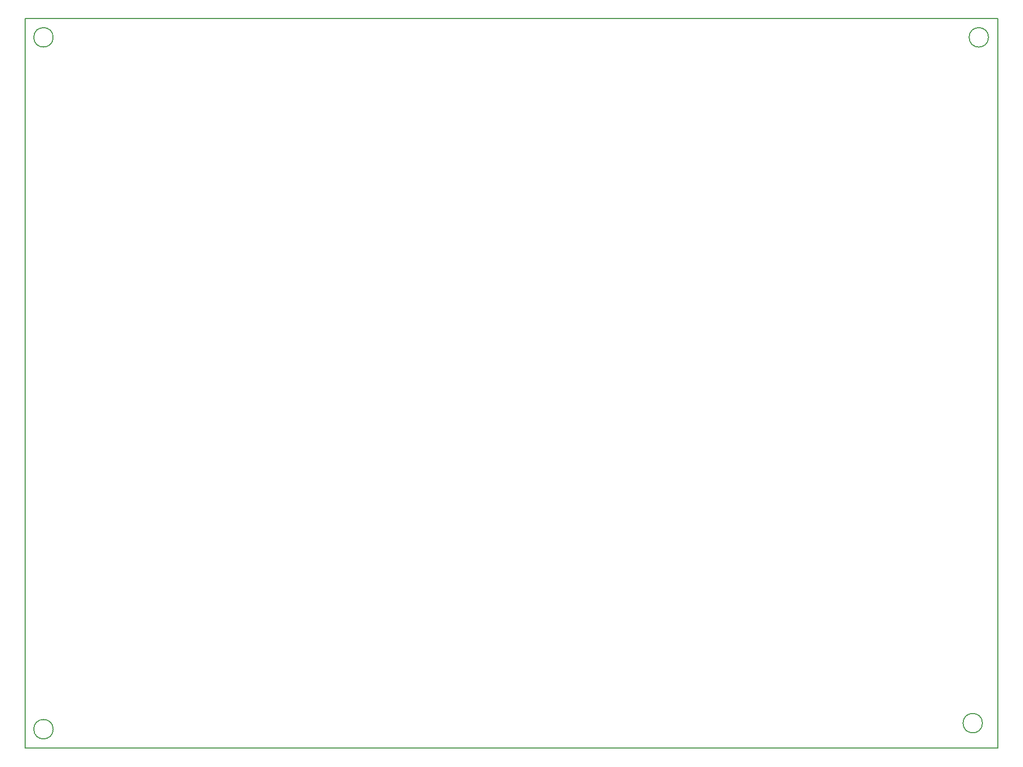
<source format=gm1>
G04 #@! TF.GenerationSoftware,KiCad,Pcbnew,8.0.6*
G04 #@! TF.CreationDate,2024-12-01T17:46:02+03:00*
G04 #@! TF.ProjectId,6502_v1,36353032-5f76-4312-9e6b-696361645f70,rev?*
G04 #@! TF.SameCoordinates,Original*
G04 #@! TF.FileFunction,Profile,NP*
%FSLAX46Y46*%
G04 Gerber Fmt 4.6, Leading zero omitted, Abs format (unit mm)*
G04 Created by KiCad (PCBNEW 8.0.6) date 2024-12-01 17:46:02*
%MOMM*%
%LPD*%
G01*
G04 APERTURE LIST*
G04 #@! TA.AperFunction,Profile*
%ADD10C,0.200000*%
G04 #@! TD*
G04 APERTURE END LIST*
D10*
X74050198Y-37378000D02*
G75*
G02*
X70850198Y-37378000I-1600000J0D01*
G01*
X70850198Y-37378000D02*
G75*
G02*
X74050198Y-37378000I1600000J0D01*
G01*
X228250198Y-37378000D02*
G75*
G02*
X225050198Y-37378000I-1600000J0D01*
G01*
X225050198Y-37378000D02*
G75*
G02*
X228250198Y-37378000I1600000J0D01*
G01*
X74050198Y-151478000D02*
G75*
G02*
X70850198Y-151478000I-1600000J0D01*
G01*
X70850198Y-151478000D02*
G75*
G02*
X74050198Y-151478000I1600000J0D01*
G01*
X227250198Y-150478000D02*
G75*
G02*
X224050198Y-150478000I-1600000J0D01*
G01*
X224050198Y-150478000D02*
G75*
G02*
X227250198Y-150478000I1600000J0D01*
G01*
X69400000Y-34300000D02*
X229800000Y-34300000D01*
X229800000Y-154600000D01*
X69400000Y-154600000D01*
X69400000Y-34300000D01*
M02*

</source>
